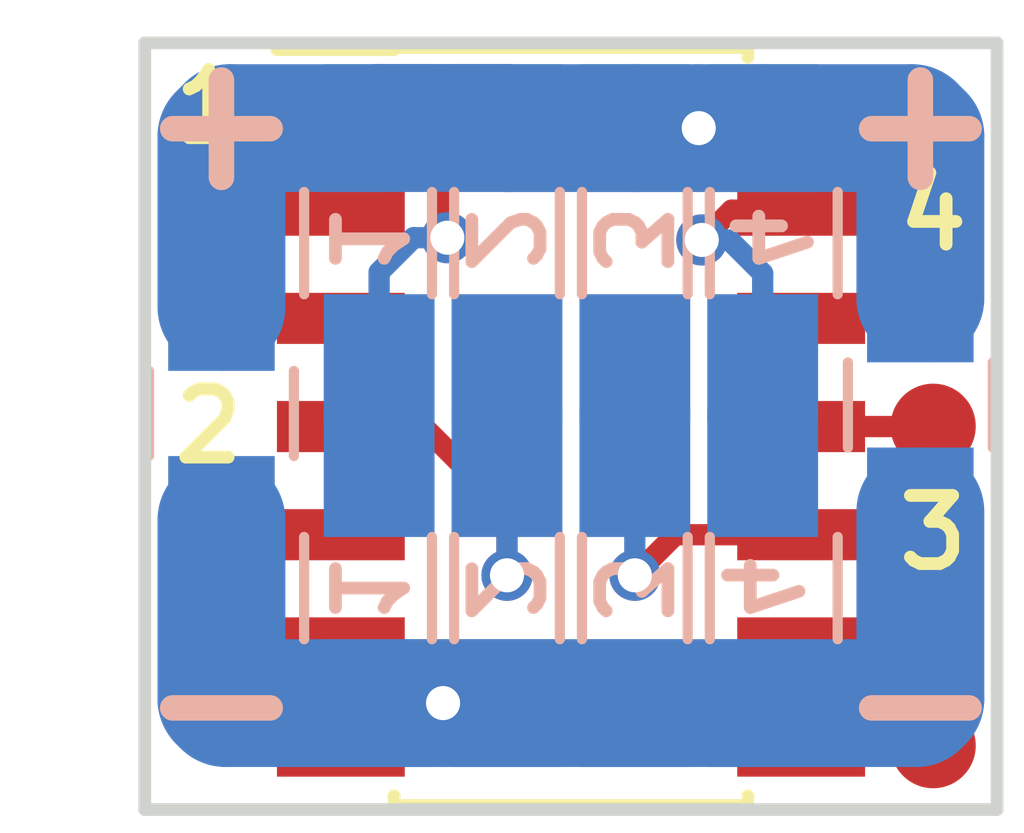
<source format=kicad_pcb>
(kicad_pcb (version 4) (host pcbnew 4.0.7)

  (general
    (links 28)
    (no_connects 0)
    (area 141.675 98.6536 155.425 111.825)
    (thickness 1.6)
    (drawings 20)
    (tracks 70)
    (zones 0)
    (modules 19)
    (nets 15)
  )

  (page A4)
  (layers
    (0 F.Cu signal)
    (31 B.Cu signal)
    (32 B.Adhes user)
    (33 F.Adhes user)
    (34 B.Paste user)
    (35 F.Paste user)
    (36 B.SilkS user)
    (37 F.SilkS user)
    (38 B.Mask user)
    (39 F.Mask user)
    (40 Dwgs.User user)
    (41 Cmts.User user)
    (42 Eco1.User user)
    (43 Eco2.User user)
    (44 Edge.Cuts user)
    (45 Margin user)
    (46 B.CrtYd user hide)
    (47 F.CrtYd user hide)
    (48 B.Fab user hide)
    (49 F.Fab user hide)
  )

  (setup
    (last_trace_width 0.25)
    (user_trace_width 1.5)
    (trace_clearance 0.2)
    (zone_clearance 0.508)
    (zone_45_only no)
    (trace_min 0.2)
    (segment_width 0.2)
    (edge_width 0.15)
    (via_size 0.6)
    (via_drill 0.4)
    (via_min_size 0.4)
    (via_min_drill 0.3)
    (uvia_size 0.3)
    (uvia_drill 0.1)
    (uvias_allowed no)
    (uvia_min_size 0.2)
    (uvia_min_drill 0.1)
    (pcb_text_width 0.3)
    (pcb_text_size 1.5 1.5)
    (mod_edge_width 0.15)
    (mod_text_size 1 1)
    (mod_text_width 0.15)
    (pad_size 1 1)
    (pad_drill 0)
    (pad_to_mask_clearance 0.2)
    (aux_axis_origin 153.5 100.5)
    (visible_elements 7FFFFF7F)
    (pcbplotparams
      (layerselection 0x010f0_80000001)
      (usegerberextensions true)
      (usegerberattributes true)
      (excludeedgelayer true)
      (linewidth 0.100000)
      (plotframeref false)
      (viasonmask false)
      (mode 1)
      (useauxorigin true)
      (hpglpennumber 1)
      (hpglpenspeed 20)
      (hpglpendiameter 15)
      (hpglpenoverlay 2)
      (psnegative false)
      (psa4output false)
      (plotreference false)
      (plotvalue false)
      (plotinvisibletext false)
      (padsonsilk false)
      (subtractmaskfromsilk false)
      (outputformat 1)
      (mirror false)
      (drillshape 0)
      (scaleselection 1)
      (outputdirectory gerbers/))
  )

  (net 0 "")
  (net 1 "Net-(R1-Pad1)")
  (net 2 GND)
  (net 3 "Net-(R2-Pad1)")
  (net 4 "Net-(R3-Pad1)")
  (net 5 "Net-(R4-Pad1)")
  (net 6 VCC)
  (net 7 "Net-(TP1-Pad1)")
  (net 8 "Net-(TP2-Pad1)")
  (net 9 "Net-(TP3-Pad1)")
  (net 10 "Net-(TP4-Pad1)")
  (net 11 "Net-(TP5-Pad1)")
  (net 12 "Net-(TP6-Pad1)")
  (net 13 "Net-(TP7-Pad1)")
  (net 14 "Net-(TP8-Pad1)")

  (net_class Default "This is the default net class."
    (clearance 0.2)
    (trace_width 0.25)
    (via_dia 0.6)
    (via_drill 0.4)
    (uvia_dia 0.3)
    (uvia_drill 0.1)
    (add_net GND)
    (add_net "Net-(R1-Pad1)")
    (add_net "Net-(R2-Pad1)")
    (add_net "Net-(R3-Pad1)")
    (add_net "Net-(R4-Pad1)")
    (add_net "Net-(TP1-Pad1)")
    (add_net "Net-(TP2-Pad1)")
    (add_net "Net-(TP3-Pad1)")
    (add_net "Net-(TP4-Pad1)")
    (add_net "Net-(TP5-Pad1)")
    (add_net "Net-(TP6-Pad1)")
    (add_net "Net-(TP7-Pad1)")
    (add_net "Net-(TP8-Pad1)")
    (add_net VCC)
  )

  (module Resistors_SMD:R_0805_HandSoldering (layer B.Cu) (tedit 5AE524C4) (tstamp 5AE52359)
    (at 146.25 106.9 270)
    (descr "Resistor SMD 0805, hand soldering")
    (tags "resistor 0805")
    (path /5AE523D2)
    (attr smd)
    (fp_text reference R1 (at 0 1.7 270) (layer B.SilkS) hide
      (effects (font (size 1 1) (thickness 0.15)) (justify mirror))
    )
    (fp_text value 10K (at 0 -1.75 270) (layer B.Fab)
      (effects (font (size 1 1) (thickness 0.15)) (justify mirror))
    )
    (fp_text user %R (at 0 0 270) (layer B.Fab)
      (effects (font (size 0.5 0.5) (thickness 0.075)) (justify mirror))
    )
    (fp_line (start -1 -0.62) (end -1 0.62) (layer B.Fab) (width 0.1))
    (fp_line (start 1 -0.62) (end -1 -0.62) (layer B.Fab) (width 0.1))
    (fp_line (start 1 0.62) (end 1 -0.62) (layer B.Fab) (width 0.1))
    (fp_line (start -1 0.62) (end 1 0.62) (layer B.Fab) (width 0.1))
    (fp_line (start 0.6 -0.88) (end -0.6 -0.88) (layer B.SilkS) (width 0.12))
    (fp_line (start -0.6 0.88) (end 0.6 0.88) (layer B.SilkS) (width 0.12))
    (fp_line (start -2.35 0.9) (end 2.35 0.9) (layer B.CrtYd) (width 0.05))
    (fp_line (start -2.35 0.9) (end -2.35 -0.9) (layer B.CrtYd) (width 0.05))
    (fp_line (start 2.35 -0.9) (end 2.35 0.9) (layer B.CrtYd) (width 0.05))
    (fp_line (start 2.35 -0.9) (end -2.35 -0.9) (layer B.CrtYd) (width 0.05))
    (pad 1 smd rect (at -1.35 0 270) (size 1.5 1.3) (layers B.Cu B.Paste B.Mask)
      (net 1 "Net-(R1-Pad1)"))
    (pad 2 smd rect (at 1.35 0 270) (size 1.5 1.3) (layers B.Cu B.Paste B.Mask)
      (net 2 GND))
    (model ${KISYS3DMOD}/Resistors_SMD.3dshapes/R_0805.wrl
      (at (xyz 0 0 0))
      (scale (xyz 1 1 1))
      (rotate (xyz 0 0 0))
    )
  )

  (module Resistors_SMD:R_0805_HandSoldering (layer B.Cu) (tedit 5AE524CB) (tstamp 5AE5235F)
    (at 147.75 106.9 270)
    (descr "Resistor SMD 0805, hand soldering")
    (tags "resistor 0805")
    (path /5AE52A81)
    (attr smd)
    (fp_text reference R2 (at 0 1.7 270) (layer B.SilkS) hide
      (effects (font (size 1 1) (thickness 0.15)) (justify mirror))
    )
    (fp_text value 10K (at 0 -1.75 270) (layer B.Fab)
      (effects (font (size 1 1) (thickness 0.15)) (justify mirror))
    )
    (fp_text user %R (at 0 0 270) (layer B.Fab)
      (effects (font (size 0.5 0.5) (thickness 0.075)) (justify mirror))
    )
    (fp_line (start -1 -0.62) (end -1 0.62) (layer B.Fab) (width 0.1))
    (fp_line (start 1 -0.62) (end -1 -0.62) (layer B.Fab) (width 0.1))
    (fp_line (start 1 0.62) (end 1 -0.62) (layer B.Fab) (width 0.1))
    (fp_line (start -1 0.62) (end 1 0.62) (layer B.Fab) (width 0.1))
    (fp_line (start 0.6 -0.88) (end -0.6 -0.88) (layer B.SilkS) (width 0.12))
    (fp_line (start -0.6 0.88) (end 0.6 0.88) (layer B.SilkS) (width 0.12))
    (fp_line (start -2.35 0.9) (end 2.35 0.9) (layer B.CrtYd) (width 0.05))
    (fp_line (start -2.35 0.9) (end -2.35 -0.9) (layer B.CrtYd) (width 0.05))
    (fp_line (start 2.35 -0.9) (end 2.35 0.9) (layer B.CrtYd) (width 0.05))
    (fp_line (start 2.35 -0.9) (end -2.35 -0.9) (layer B.CrtYd) (width 0.05))
    (pad 1 smd rect (at -1.35 0 270) (size 1.5 1.3) (layers B.Cu B.Paste B.Mask)
      (net 3 "Net-(R2-Pad1)"))
    (pad 2 smd rect (at 1.35 0 270) (size 1.5 1.3) (layers B.Cu B.Paste B.Mask)
      (net 2 GND))
    (model ${KISYS3DMOD}/Resistors_SMD.3dshapes/R_0805.wrl
      (at (xyz 0 0 0))
      (scale (xyz 1 1 1))
      (rotate (xyz 0 0 0))
    )
  )

  (module Resistors_SMD:R_0805_HandSoldering (layer B.Cu) (tedit 5AE524C8) (tstamp 5AE52365)
    (at 149.25 106.9 270)
    (descr "Resistor SMD 0805, hand soldering")
    (tags "resistor 0805")
    (path /5AE52CA0)
    (attr smd)
    (fp_text reference R3 (at 0 1.7 270) (layer B.SilkS) hide
      (effects (font (size 1 1) (thickness 0.15)) (justify mirror))
    )
    (fp_text value 10K (at 0 -1.75 270) (layer B.Fab)
      (effects (font (size 1 1) (thickness 0.15)) (justify mirror))
    )
    (fp_text user %R (at 0 0 270) (layer B.Fab)
      (effects (font (size 0.5 0.5) (thickness 0.075)) (justify mirror))
    )
    (fp_line (start -1 -0.62) (end -1 0.62) (layer B.Fab) (width 0.1))
    (fp_line (start 1 -0.62) (end -1 -0.62) (layer B.Fab) (width 0.1))
    (fp_line (start 1 0.62) (end 1 -0.62) (layer B.Fab) (width 0.1))
    (fp_line (start -1 0.62) (end 1 0.62) (layer B.Fab) (width 0.1))
    (fp_line (start 0.6 -0.88) (end -0.6 -0.88) (layer B.SilkS) (width 0.12))
    (fp_line (start -0.6 0.88) (end 0.6 0.88) (layer B.SilkS) (width 0.12))
    (fp_line (start -2.35 0.9) (end 2.35 0.9) (layer B.CrtYd) (width 0.05))
    (fp_line (start -2.35 0.9) (end -2.35 -0.9) (layer B.CrtYd) (width 0.05))
    (fp_line (start 2.35 -0.9) (end 2.35 0.9) (layer B.CrtYd) (width 0.05))
    (fp_line (start 2.35 -0.9) (end -2.35 -0.9) (layer B.CrtYd) (width 0.05))
    (pad 1 smd rect (at -1.35 0 270) (size 1.5 1.3) (layers B.Cu B.Paste B.Mask)
      (net 4 "Net-(R3-Pad1)"))
    (pad 2 smd rect (at 1.35 0 270) (size 1.5 1.3) (layers B.Cu B.Paste B.Mask)
      (net 2 GND))
    (model ${KISYS3DMOD}/Resistors_SMD.3dshapes/R_0805.wrl
      (at (xyz 0 0 0))
      (scale (xyz 1 1 1))
      (rotate (xyz 0 0 0))
    )
  )

  (module Resistors_SMD:R_0805_HandSoldering (layer B.Cu) (tedit 5AE524CE) (tstamp 5AE5236B)
    (at 150.75 106.9 270)
    (descr "Resistor SMD 0805, hand soldering")
    (tags "resistor 0805")
    (path /5AE52DCA)
    (attr smd)
    (fp_text reference R4 (at 0 1.7 270) (layer B.SilkS) hide
      (effects (font (size 1 1) (thickness 0.15)) (justify mirror))
    )
    (fp_text value 10K (at 0 -1.75 270) (layer B.Fab)
      (effects (font (size 1 1) (thickness 0.15)) (justify mirror))
    )
    (fp_text user %R (at 0 0 270) (layer B.Fab)
      (effects (font (size 0.5 0.5) (thickness 0.075)) (justify mirror))
    )
    (fp_line (start -1 -0.62) (end -1 0.62) (layer B.Fab) (width 0.1))
    (fp_line (start 1 -0.62) (end -1 -0.62) (layer B.Fab) (width 0.1))
    (fp_line (start 1 0.62) (end 1 -0.62) (layer B.Fab) (width 0.1))
    (fp_line (start -1 0.62) (end 1 0.62) (layer B.Fab) (width 0.1))
    (fp_line (start 0.6 -0.88) (end -0.6 -0.88) (layer B.SilkS) (width 0.12))
    (fp_line (start -0.6 0.88) (end 0.6 0.88) (layer B.SilkS) (width 0.12))
    (fp_line (start -2.35 0.9) (end 2.35 0.9) (layer B.CrtYd) (width 0.05))
    (fp_line (start -2.35 0.9) (end -2.35 -0.9) (layer B.CrtYd) (width 0.05))
    (fp_line (start 2.35 -0.9) (end 2.35 0.9) (layer B.CrtYd) (width 0.05))
    (fp_line (start 2.35 -0.9) (end -2.35 -0.9) (layer B.CrtYd) (width 0.05))
    (pad 1 smd rect (at -1.35 0 270) (size 1.5 1.3) (layers B.Cu B.Paste B.Mask)
      (net 5 "Net-(R4-Pad1)"))
    (pad 2 smd rect (at 1.35 0 270) (size 1.5 1.3) (layers B.Cu B.Paste B.Mask)
      (net 2 GND))
    (model ${KISYS3DMOD}/Resistors_SMD.3dshapes/R_0805.wrl
      (at (xyz 0 0 0))
      (scale (xyz 1 1 1))
      (rotate (xyz 0 0 0))
    )
  )

  (module Resistors_SMD:R_0805_HandSoldering (layer B.Cu) (tedit 5AE524D1) (tstamp 5AE52371)
    (at 146.25 102.85 270)
    (descr "Resistor SMD 0805, hand soldering")
    (tags "resistor 0805")
    (path /5AE5272D)
    (attr smd)
    (fp_text reference R5 (at 0 1.7 270) (layer B.SilkS) hide
      (effects (font (size 1 1) (thickness 0.15)) (justify mirror))
    )
    (fp_text value 10K (at 0 -1.75 270) (layer B.Fab)
      (effects (font (size 1 1) (thickness 0.15)) (justify mirror))
    )
    (fp_text user %R (at 0 0 270) (layer B.Fab)
      (effects (font (size 0.5 0.5) (thickness 0.075)) (justify mirror))
    )
    (fp_line (start -1 -0.62) (end -1 0.62) (layer B.Fab) (width 0.1))
    (fp_line (start 1 -0.62) (end -1 -0.62) (layer B.Fab) (width 0.1))
    (fp_line (start 1 0.62) (end 1 -0.62) (layer B.Fab) (width 0.1))
    (fp_line (start -1 0.62) (end 1 0.62) (layer B.Fab) (width 0.1))
    (fp_line (start 0.6 -0.88) (end -0.6 -0.88) (layer B.SilkS) (width 0.12))
    (fp_line (start -0.6 0.88) (end 0.6 0.88) (layer B.SilkS) (width 0.12))
    (fp_line (start -2.35 0.9) (end 2.35 0.9) (layer B.CrtYd) (width 0.05))
    (fp_line (start -2.35 0.9) (end -2.35 -0.9) (layer B.CrtYd) (width 0.05))
    (fp_line (start 2.35 -0.9) (end 2.35 0.9) (layer B.CrtYd) (width 0.05))
    (fp_line (start 2.35 -0.9) (end -2.35 -0.9) (layer B.CrtYd) (width 0.05))
    (pad 1 smd rect (at -1.35 0 270) (size 1.5 1.3) (layers B.Cu B.Paste B.Mask)
      (net 6 VCC))
    (pad 2 smd rect (at 1.35 0 270) (size 1.5 1.3) (layers B.Cu B.Paste B.Mask)
      (net 1 "Net-(R1-Pad1)"))
    (model ${KISYS3DMOD}/Resistors_SMD.3dshapes/R_0805.wrl
      (at (xyz 0 0 0))
      (scale (xyz 1 1 1))
      (rotate (xyz 0 0 0))
    )
  )

  (module Resistors_SMD:R_0805_HandSoldering (layer B.Cu) (tedit 5AE524D8) (tstamp 5AE52377)
    (at 147.75 102.85 270)
    (descr "Resistor SMD 0805, hand soldering")
    (tags "resistor 0805")
    (path /5AE52A99)
    (attr smd)
    (fp_text reference R6 (at 0 1.7 270) (layer B.SilkS) hide
      (effects (font (size 1 1) (thickness 0.15)) (justify mirror))
    )
    (fp_text value 10K (at 0 -1.75 270) (layer B.Fab)
      (effects (font (size 1 1) (thickness 0.15)) (justify mirror))
    )
    (fp_text user %R (at 0 0 270) (layer B.Fab)
      (effects (font (size 0.5 0.5) (thickness 0.075)) (justify mirror))
    )
    (fp_line (start -1 -0.62) (end -1 0.62) (layer B.Fab) (width 0.1))
    (fp_line (start 1 -0.62) (end -1 -0.62) (layer B.Fab) (width 0.1))
    (fp_line (start 1 0.62) (end 1 -0.62) (layer B.Fab) (width 0.1))
    (fp_line (start -1 0.62) (end 1 0.62) (layer B.Fab) (width 0.1))
    (fp_line (start 0.6 -0.88) (end -0.6 -0.88) (layer B.SilkS) (width 0.12))
    (fp_line (start -0.6 0.88) (end 0.6 0.88) (layer B.SilkS) (width 0.12))
    (fp_line (start -2.35 0.9) (end 2.35 0.9) (layer B.CrtYd) (width 0.05))
    (fp_line (start -2.35 0.9) (end -2.35 -0.9) (layer B.CrtYd) (width 0.05))
    (fp_line (start 2.35 -0.9) (end 2.35 0.9) (layer B.CrtYd) (width 0.05))
    (fp_line (start 2.35 -0.9) (end -2.35 -0.9) (layer B.CrtYd) (width 0.05))
    (pad 1 smd rect (at -1.35 0 270) (size 1.5 1.3) (layers B.Cu B.Paste B.Mask)
      (net 6 VCC))
    (pad 2 smd rect (at 1.35 0 270) (size 1.5 1.3) (layers B.Cu B.Paste B.Mask)
      (net 3 "Net-(R2-Pad1)"))
    (model ${KISYS3DMOD}/Resistors_SMD.3dshapes/R_0805.wrl
      (at (xyz 0 0 0))
      (scale (xyz 1 1 1))
      (rotate (xyz 0 0 0))
    )
  )

  (module Resistors_SMD:R_0805_HandSoldering (layer B.Cu) (tedit 5AE524D5) (tstamp 5AE5237D)
    (at 149.25 102.85 270)
    (descr "Resistor SMD 0805, hand soldering")
    (tags "resistor 0805")
    (path /5AE52CB8)
    (attr smd)
    (fp_text reference R7 (at 0 1.7 270) (layer B.SilkS) hide
      (effects (font (size 1 1) (thickness 0.15)) (justify mirror))
    )
    (fp_text value 10K (at 0 -1.75 270) (layer B.Fab)
      (effects (font (size 1 1) (thickness 0.15)) (justify mirror))
    )
    (fp_text user %R (at 0 0 270) (layer B.Fab)
      (effects (font (size 0.5 0.5) (thickness 0.075)) (justify mirror))
    )
    (fp_line (start -1 -0.62) (end -1 0.62) (layer B.Fab) (width 0.1))
    (fp_line (start 1 -0.62) (end -1 -0.62) (layer B.Fab) (width 0.1))
    (fp_line (start 1 0.62) (end 1 -0.62) (layer B.Fab) (width 0.1))
    (fp_line (start -1 0.62) (end 1 0.62) (layer B.Fab) (width 0.1))
    (fp_line (start 0.6 -0.88) (end -0.6 -0.88) (layer B.SilkS) (width 0.12))
    (fp_line (start -0.6 0.88) (end 0.6 0.88) (layer B.SilkS) (width 0.12))
    (fp_line (start -2.35 0.9) (end 2.35 0.9) (layer B.CrtYd) (width 0.05))
    (fp_line (start -2.35 0.9) (end -2.35 -0.9) (layer B.CrtYd) (width 0.05))
    (fp_line (start 2.35 -0.9) (end 2.35 0.9) (layer B.CrtYd) (width 0.05))
    (fp_line (start 2.35 -0.9) (end -2.35 -0.9) (layer B.CrtYd) (width 0.05))
    (pad 1 smd rect (at -1.35 0 270) (size 1.5 1.3) (layers B.Cu B.Paste B.Mask)
      (net 6 VCC))
    (pad 2 smd rect (at 1.35 0 270) (size 1.5 1.3) (layers B.Cu B.Paste B.Mask)
      (net 4 "Net-(R3-Pad1)"))
    (model ${KISYS3DMOD}/Resistors_SMD.3dshapes/R_0805.wrl
      (at (xyz 0 0 0))
      (scale (xyz 1 1 1))
      (rotate (xyz 0 0 0))
    )
  )

  (module Resistors_SMD:R_0805_HandSoldering (layer B.Cu) (tedit 5AE524DA) (tstamp 5AE52383)
    (at 150.75 102.85 270)
    (descr "Resistor SMD 0805, hand soldering")
    (tags "resistor 0805")
    (path /5AE52DE2)
    (attr smd)
    (fp_text reference R8 (at 0 1.7 270) (layer B.SilkS) hide
      (effects (font (size 1 1) (thickness 0.15)) (justify mirror))
    )
    (fp_text value 10K (at 0 -1.75 270) (layer B.Fab)
      (effects (font (size 1 1) (thickness 0.15)) (justify mirror))
    )
    (fp_text user %R (at 0 0 270) (layer B.Fab)
      (effects (font (size 0.5 0.5) (thickness 0.075)) (justify mirror))
    )
    (fp_line (start -1 -0.62) (end -1 0.62) (layer B.Fab) (width 0.1))
    (fp_line (start 1 -0.62) (end -1 -0.62) (layer B.Fab) (width 0.1))
    (fp_line (start 1 0.62) (end 1 -0.62) (layer B.Fab) (width 0.1))
    (fp_line (start -1 0.62) (end 1 0.62) (layer B.Fab) (width 0.1))
    (fp_line (start 0.6 -0.88) (end -0.6 -0.88) (layer B.SilkS) (width 0.12))
    (fp_line (start -0.6 0.88) (end 0.6 0.88) (layer B.SilkS) (width 0.12))
    (fp_line (start -2.35 0.9) (end 2.35 0.9) (layer B.CrtYd) (width 0.05))
    (fp_line (start -2.35 0.9) (end -2.35 -0.9) (layer B.CrtYd) (width 0.05))
    (fp_line (start 2.35 -0.9) (end 2.35 0.9) (layer B.CrtYd) (width 0.05))
    (fp_line (start 2.35 -0.9) (end -2.35 -0.9) (layer B.CrtYd) (width 0.05))
    (pad 1 smd rect (at -1.35 0 270) (size 1.5 1.3) (layers B.Cu B.Paste B.Mask)
      (net 6 VCC))
    (pad 2 smd rect (at 1.35 0 270) (size 1.5 1.3) (layers B.Cu B.Paste B.Mask)
      (net 5 "Net-(R4-Pad1)"))
    (model ${KISYS3DMOD}/Resistors_SMD.3dshapes/R_0805.wrl
      (at (xyz 0 0 0))
      (scale (xyz 1 1 1))
      (rotate (xyz 0 0 0))
    )
  )

  (module Measurement_Points:Measurement_Point_Round-SMD-Pad_Small (layer F.Cu) (tedit 5AE526AE) (tstamp 5AE52388)
    (at 144.25 102.5)
    (descr "Mesurement Point, Round, SMD Pad, DM 1.5mm,")
    (tags "Mesurement Point Round SMD Pad 1.5mm")
    (path /5AE52459)
    (attr virtual)
    (fp_text reference TP1 (at 0 -2) (layer F.SilkS) hide
      (effects (font (size 1 1) (thickness 0.15)))
    )
    (fp_text value I1 (at 0 2) (layer F.SilkS) hide
      (effects (font (size 1 1) (thickness 0.15)))
    )
    (fp_circle (center 0 0) (end 1 0) (layer F.CrtYd) (width 0.05))
    (pad 1 smd circle (at 0 0) (size 1 1) (layers F.Cu F.Mask)
      (net 7 "Net-(TP1-Pad1)"))
  )

  (module Measurement_Points:Measurement_Point_Round-SMD-Pad_Small (layer F.Cu) (tedit 5AE526A5) (tstamp 5AE5238D)
    (at 144.25 106.25)
    (descr "Mesurement Point, Round, SMD Pad, DM 1.5mm,")
    (tags "Mesurement Point Round SMD Pad 1.5mm")
    (path /5AE52A87)
    (attr virtual)
    (fp_text reference TP2 (at 0 -2) (layer F.SilkS) hide
      (effects (font (size 1 1) (thickness 0.15)))
    )
    (fp_text value I1 (at 0 2) (layer F.SilkS) hide
      (effects (font (size 1 1) (thickness 0.15)))
    )
    (fp_circle (center 0 0) (end 1 0) (layer F.CrtYd) (width 0.05))
    (pad 1 smd circle (at 0 0) (size 1 1) (layers F.Cu F.Mask)
      (net 8 "Net-(TP2-Pad1)"))
  )

  (module Measurement_Points:Measurement_Point_Round-SMD-Pad_Small (layer F.Cu) (tedit 5AE526B1) (tstamp 5AE52392)
    (at 152.75 107.5)
    (descr "Mesurement Point, Round, SMD Pad, DM 1.5mm,")
    (tags "Mesurement Point Round SMD Pad 1.5mm")
    (path /5AE52CA6)
    (attr virtual)
    (fp_text reference TP3 (at 0 -2) (layer F.SilkS) hide
      (effects (font (size 1 1) (thickness 0.15)))
    )
    (fp_text value I1 (at 0 2) (layer F.SilkS) hide
      (effects (font (size 1 1) (thickness 0.15)))
    )
    (fp_circle (center 0 0) (end 1 0) (layer F.CrtYd) (width 0.05))
    (pad 1 smd circle (at 0 0) (size 1 1) (layers F.Cu F.Mask)
      (net 9 "Net-(TP3-Pad1)"))
  )

  (module Measurement_Points:Measurement_Point_Round-SMD-Pad_Small (layer F.Cu) (tedit 5AE526BB) (tstamp 5AE52397)
    (at 152.75 103.75)
    (descr "Mesurement Point, Round, SMD Pad, DM 1.5mm,")
    (tags "Mesurement Point Round SMD Pad 1.5mm")
    (path /5AE52DD0)
    (attr virtual)
    (fp_text reference TP4 (at 0 -2) (layer F.SilkS) hide
      (effects (font (size 1 1) (thickness 0.15)))
    )
    (fp_text value I1 (at 0 2) (layer F.SilkS) hide
      (effects (font (size 1 1) (thickness 0.15)))
    )
    (fp_circle (center 0 0) (end 1 0) (layer F.CrtYd) (width 0.05))
    (pad 1 smd circle (at 0 0) (size 1 1) (layers F.Cu F.Mask)
      (net 10 "Net-(TP4-Pad1)"))
  )

  (module Measurement_Points:Measurement_Point_Round-SMD-Pad_Small (layer F.Cu) (tedit 5AE526AB) (tstamp 5AE5239C)
    (at 144.25 103.75)
    (descr "Mesurement Point, Round, SMD Pad, DM 1.5mm,")
    (tags "Mesurement Point Round SMD Pad 1.5mm")
    (path /5AE5249F)
    (attr virtual)
    (fp_text reference TP5 (at 0 -2) (layer F.SilkS) hide
      (effects (font (size 1 1) (thickness 0.15)))
    )
    (fp_text value O1 (at 0 2) (layer F.SilkS) hide
      (effects (font (size 1 1) (thickness 0.15)))
    )
    (fp_circle (center 0 0) (end 1 0) (layer F.CrtYd) (width 0.05))
    (pad 1 smd circle (at 0 0) (size 1 1) (layers F.Cu F.Mask)
      (net 11 "Net-(TP5-Pad1)"))
  )

  (module Measurement_Points:Measurement_Point_Round-SMD-Pad_Small (layer F.Cu) (tedit 5AE526A7) (tstamp 5AE523A1)
    (at 144.25 107.5)
    (descr "Mesurement Point, Round, SMD Pad, DM 1.5mm,")
    (tags "Mesurement Point Round SMD Pad 1.5mm")
    (path /5AE52A8D)
    (attr virtual)
    (fp_text reference TP6 (at 0 -2) (layer F.SilkS) hide
      (effects (font (size 1 1) (thickness 0.15)))
    )
    (fp_text value O1 (at 0 2) (layer F.SilkS) hide
      (effects (font (size 1 1) (thickness 0.15)))
    )
    (fp_circle (center 0 0) (end 1 0) (layer F.CrtYd) (width 0.05))
    (pad 1 smd circle (at 0 0) (size 1 1) (layers F.Cu F.Mask)
      (net 12 "Net-(TP6-Pad1)"))
  )

  (module Measurement_Points:Measurement_Point_Round-SMD-Pad_Small (layer F.Cu) (tedit 5AE526B4) (tstamp 5AE523A6)
    (at 152.75 108.75)
    (descr "Mesurement Point, Round, SMD Pad, DM 1.5mm,")
    (tags "Mesurement Point Round SMD Pad 1.5mm")
    (path /5AE52CAC)
    (attr virtual)
    (fp_text reference TP7 (at 0 -2) (layer F.SilkS) hide
      (effects (font (size 1 1) (thickness 0.15)))
    )
    (fp_text value O1 (at 0 2) (layer F.SilkS) hide
      (effects (font (size 1 1) (thickness 0.15)))
    )
    (fp_circle (center 0 0) (end 1 0) (layer F.CrtYd) (width 0.05))
    (pad 1 smd circle (at 0 0) (size 1 1) (layers F.Cu F.Mask)
      (net 13 "Net-(TP7-Pad1)"))
  )

  (module Measurement_Points:Measurement_Point_Round-SMD-Pad_Small (layer F.Cu) (tedit 5AE526B8) (tstamp 5AE523AB)
    (at 152.75 105)
    (descr "Mesurement Point, Round, SMD Pad, DM 1.5mm,")
    (tags "Mesurement Point Round SMD Pad 1.5mm")
    (path /5AE52DD6)
    (attr virtual)
    (fp_text reference TP8 (at 0 -2) (layer F.SilkS) hide
      (effects (font (size 1 1) (thickness 0.15)))
    )
    (fp_text value O1 (at 0 2) (layer F.SilkS) hide
      (effects (font (size 1 1) (thickness 0.15)))
    )
    (fp_circle (center 0 0) (end 1 0) (layer F.CrtYd) (width 0.05))
    (pad 1 smd circle (at 0 0) (size 1 1) (layers F.Cu F.Mask)
      (net 14 "Net-(TP8-Pad1)"))
  )

  (module Housings_SOIC:SOIC-14_3.9x8.7mm_Pitch1.27mm (layer F.Cu) (tedit 5AE525E5) (tstamp 5AE523BD)
    (at 148.5011 105.0036)
    (descr "14-Lead Plastic Small Outline (SL) - Narrow, 3.90 mm Body [SOIC] (see Microchip Packaging Specification 00000049BS.pdf)")
    (tags "SOIC 1.27")
    (path /5AE521CB)
    (attr smd)
    (fp_text reference U1 (at 0 -5.375) (layer F.SilkS) hide
      (effects (font (size 1 1) (thickness 0.15)))
    )
    (fp_text value 74LS125 (at 0 5.375) (layer F.Fab) hide
      (effects (font (size 1 1) (thickness 0.15)))
    )
    (fp_text user %R (at 0 0) (layer F.Fab)
      (effects (font (size 0.9 0.9) (thickness 0.135)))
    )
    (fp_line (start -0.95 -4.35) (end 1.95 -4.35) (layer F.Fab) (width 0.15))
    (fp_line (start 1.95 -4.35) (end 1.95 4.35) (layer F.Fab) (width 0.15))
    (fp_line (start 1.95 4.35) (end -1.95 4.35) (layer F.Fab) (width 0.15))
    (fp_line (start -1.95 4.35) (end -1.95 -3.35) (layer F.Fab) (width 0.15))
    (fp_line (start -1.95 -3.35) (end -0.95 -4.35) (layer F.Fab) (width 0.15))
    (fp_line (start -3.7 -4.65) (end -3.7 4.65) (layer F.CrtYd) (width 0.05))
    (fp_line (start 3.7 -4.65) (end 3.7 4.65) (layer F.CrtYd) (width 0.05))
    (fp_line (start -3.7 -4.65) (end 3.7 -4.65) (layer F.CrtYd) (width 0.05))
    (fp_line (start -3.7 4.65) (end 3.7 4.65) (layer F.CrtYd) (width 0.05))
    (fp_line (start -2.075 -4.45) (end -2.075 -4.425) (layer F.SilkS) (width 0.15))
    (fp_line (start 2.075 -4.45) (end 2.075 -4.335) (layer F.SilkS) (width 0.15))
    (fp_line (start 2.075 4.45) (end 2.075 4.335) (layer F.SilkS) (width 0.15))
    (fp_line (start -2.075 4.45) (end -2.075 4.335) (layer F.SilkS) (width 0.15))
    (fp_line (start -2.075 -4.45) (end 2.075 -4.45) (layer F.SilkS) (width 0.15))
    (fp_line (start -2.075 4.45) (end 2.075 4.45) (layer F.SilkS) (width 0.15))
    (fp_line (start -2.075 -4.425) (end -3.45 -4.425) (layer F.SilkS) (width 0.15))
    (pad 1 smd rect (at -2.7 -3.81) (size 1.5 0.6) (layers F.Cu F.Paste F.Mask)
      (net 1 "Net-(R1-Pad1)"))
    (pad 2 smd rect (at -2.7 -2.54) (size 1.5 0.6) (layers F.Cu F.Paste F.Mask)
      (net 7 "Net-(TP1-Pad1)"))
    (pad 3 smd rect (at -2.7 -1.27) (size 1.5 0.6) (layers F.Cu F.Paste F.Mask)
      (net 11 "Net-(TP5-Pad1)"))
    (pad 4 smd rect (at -2.7 0) (size 1.5 0.6) (layers F.Cu F.Paste F.Mask)
      (net 3 "Net-(R2-Pad1)"))
    (pad 5 smd rect (at -2.7 1.27) (size 1.5 0.6) (layers F.Cu F.Paste F.Mask)
      (net 8 "Net-(TP2-Pad1)"))
    (pad 6 smd rect (at -2.7 2.54) (size 1.5 0.6) (layers F.Cu F.Paste F.Mask)
      (net 12 "Net-(TP6-Pad1)"))
    (pad 7 smd rect (at -2.7 3.81) (size 1.5 0.6) (layers F.Cu F.Paste F.Mask)
      (net 2 GND))
    (pad 8 smd rect (at 2.7 3.81) (size 1.5 0.6) (layers F.Cu F.Paste F.Mask)
      (net 13 "Net-(TP7-Pad1)"))
    (pad 9 smd rect (at 2.7 2.54) (size 1.5 0.6) (layers F.Cu F.Paste F.Mask)
      (net 9 "Net-(TP3-Pad1)"))
    (pad 10 smd rect (at 2.7 1.27) (size 1.5 0.6) (layers F.Cu F.Paste F.Mask)
      (net 4 "Net-(R3-Pad1)"))
    (pad 11 smd rect (at 2.7 0) (size 1.5 0.6) (layers F.Cu F.Paste F.Mask)
      (net 14 "Net-(TP8-Pad1)"))
    (pad 12 smd rect (at 2.7 -1.27) (size 1.5 0.6) (layers F.Cu F.Paste F.Mask)
      (net 10 "Net-(TP4-Pad1)"))
    (pad 13 smd rect (at 2.7 -2.54) (size 1.5 0.6) (layers F.Cu F.Paste F.Mask)
      (net 5 "Net-(R4-Pad1)"))
    (pad 14 smd rect (at 2.7 -3.81) (size 1.5 0.6) (layers F.Cu F.Paste F.Mask)
      (net 6 VCC))
    (model ${KISYS3DMOD}/Housings_SOIC.3dshapes/SOIC-14_3.9x8.7mm_Pitch1.27mm.wrl
      (at (xyz 0 0 0))
      (scale (xyz 1 1 1))
      (rotate (xyz 0 0 0))
    )
  )

  (module Capacitors_SMD:C_0805_HandSoldering (layer B.Cu) (tedit 5AE52873) (tstamp 5AE52904)
    (at 144.4 104.85 270)
    (descr "Capacitor SMD 0805, hand soldering")
    (tags "capacitor 0805")
    (path /5AE536CF)
    (attr smd)
    (fp_text reference C1 (at 0 1.75 270) (layer B.SilkS) hide
      (effects (font (size 1 1) (thickness 0.15)) (justify mirror))
    )
    (fp_text value C_Small (at 0 -1.75 270) (layer B.Fab)
      (effects (font (size 1 1) (thickness 0.15)) (justify mirror))
    )
    (fp_text user %R (at 0 1.75 270) (layer B.Fab)
      (effects (font (size 1 1) (thickness 0.15)) (justify mirror))
    )
    (fp_line (start -1 -0.62) (end -1 0.62) (layer B.Fab) (width 0.1))
    (fp_line (start 1 -0.62) (end -1 -0.62) (layer B.Fab) (width 0.1))
    (fp_line (start 1 0.62) (end 1 -0.62) (layer B.Fab) (width 0.1))
    (fp_line (start -1 0.62) (end 1 0.62) (layer B.Fab) (width 0.1))
    (fp_line (start 0.5 0.85) (end -0.5 0.85) (layer B.SilkS) (width 0.12))
    (fp_line (start -0.5 -0.85) (end 0.5 -0.85) (layer B.SilkS) (width 0.12))
    (fp_line (start -2.25 0.88) (end 2.25 0.88) (layer B.CrtYd) (width 0.05))
    (fp_line (start -2.25 0.88) (end -2.25 -0.87) (layer B.CrtYd) (width 0.05))
    (fp_line (start 2.25 -0.87) (end 2.25 0.88) (layer B.CrtYd) (width 0.05))
    (fp_line (start 2.25 -0.87) (end -2.25 -0.87) (layer B.CrtYd) (width 0.05))
    (pad 1 smd rect (at -1.25 0 270) (size 1.5 1.25) (layers B.Cu B.Paste B.Mask)
      (net 6 VCC))
    (pad 2 smd rect (at 1.25 0 270) (size 1.5 1.25) (layers B.Cu B.Paste B.Mask)
      (net 2 GND))
    (model Capacitors_SMD.3dshapes/C_0805.wrl
      (at (xyz 0 0 0))
      (scale (xyz 1 1 1))
      (rotate (xyz 0 0 0))
    )
  )

  (module Capacitors_SMD:C_0805_HandSoldering (layer B.Cu) (tedit 5AE52876) (tstamp 5AE5290A)
    (at 152.6 104.75 270)
    (descr "Capacitor SMD 0805, hand soldering")
    (tags "capacitor 0805")
    (path /5AE53797)
    (attr smd)
    (fp_text reference C2 (at 0 1.75 270) (layer B.SilkS) hide
      (effects (font (size 1 1) (thickness 0.15)) (justify mirror))
    )
    (fp_text value C_Small (at 0 -1.75 270) (layer B.Fab)
      (effects (font (size 1 1) (thickness 0.15)) (justify mirror))
    )
    (fp_text user %R (at 0 1.75 270) (layer B.Fab)
      (effects (font (size 1 1) (thickness 0.15)) (justify mirror))
    )
    (fp_line (start -1 -0.62) (end -1 0.62) (layer B.Fab) (width 0.1))
    (fp_line (start 1 -0.62) (end -1 -0.62) (layer B.Fab) (width 0.1))
    (fp_line (start 1 0.62) (end 1 -0.62) (layer B.Fab) (width 0.1))
    (fp_line (start -1 0.62) (end 1 0.62) (layer B.Fab) (width 0.1))
    (fp_line (start 0.5 0.85) (end -0.5 0.85) (layer B.SilkS) (width 0.12))
    (fp_line (start -0.5 -0.85) (end 0.5 -0.85) (layer B.SilkS) (width 0.12))
    (fp_line (start -2.25 0.88) (end 2.25 0.88) (layer B.CrtYd) (width 0.05))
    (fp_line (start -2.25 0.88) (end -2.25 -0.87) (layer B.CrtYd) (width 0.05))
    (fp_line (start 2.25 -0.87) (end 2.25 0.88) (layer B.CrtYd) (width 0.05))
    (fp_line (start 2.25 -0.87) (end -2.25 -0.87) (layer B.CrtYd) (width 0.05))
    (pad 1 smd rect (at -1.25 0 270) (size 1.5 1.25) (layers B.Cu B.Paste B.Mask)
      (net 6 VCC))
    (pad 2 smd rect (at 1.25 0 270) (size 1.5 1.25) (layers B.Cu B.Paste B.Mask)
      (net 2 GND))
    (model Capacitors_SMD.3dshapes/C_0805.wrl
      (at (xyz 0 0 0))
      (scale (xyz 1 1 1))
      (rotate (xyz 0 0 0))
    )
  )

  (gr_text - (at 152.6 108.2) (layer B.SilkS) (tstamp 5AE52955)
    (effects (font (size 1.5 1.5) (thickness 0.3)) (justify mirror))
  )
  (gr_text - (at 144.4 108.2) (layer B.SilkS) (tstamp 5AE52951)
    (effects (font (size 1.5 1.5) (thickness 0.3)) (justify mirror))
  )
  (gr_text + (at 152.6 101.4) (layer B.SilkS) (tstamp 5AE5294E)
    (effects (font (size 1.5 1.5) (thickness 0.3)) (justify mirror))
  )
  (gr_text + (at 144.4 101.4) (layer B.SilkS)
    (effects (font (size 1.5 1.5) (thickness 0.3)) (justify mirror))
  )
  (gr_text 4 (at 150.7 106.9 270) (layer B.SilkS) (tstamp 5AE528F9)
    (effects (font (size 0.8 0.8) (thickness 0.15)) (justify mirror))
  )
  (gr_text 4 (at 150.8 102.8 270) (layer B.SilkS) (tstamp 5AE528F8)
    (effects (font (size 0.8 0.8) (thickness 0.15)) (justify mirror))
  )
  (gr_text 3 (at 149.2 106.9 270) (layer B.SilkS) (tstamp 5AE528F6)
    (effects (font (size 0.8 0.8) (thickness 0.15)) (justify mirror))
  )
  (gr_text 3 (at 149.2 102.8 270) (layer B.SilkS) (tstamp 5AE528F5)
    (effects (font (size 0.8 0.8) (thickness 0.15)) (justify mirror))
  )
  (gr_text 2 (at 147.7 106.9 270) (layer B.SilkS) (tstamp 5AE528F3)
    (effects (font (size 0.8 0.8) (thickness 0.15)) (justify mirror))
  )
  (gr_text 2 (at 147.7 102.8 270) (layer B.SilkS) (tstamp 5AE528F2)
    (effects (font (size 0.8 0.8) (thickness 0.15)) (justify mirror))
  )
  (gr_text 1 (at 146.1 106.9 270) (layer B.SilkS) (tstamp 5AE528E9)
    (effects (font (size 0.8 0.8) (thickness 0.15)) (justify mirror))
  )
  (gr_text 1 (at 146.1 102.8 270) (layer B.SilkS) (tstamp 5AE528E8)
    (effects (font (size 0.8 0.8) (thickness 0.15)) (justify mirror))
  )
  (gr_text 4 (at 152.75 102.5) (layer F.SilkS) (tstamp 5AE528E5)
    (effects (font (size 0.8 0.8) (thickness 0.15)))
  )
  (gr_text 3 (at 152.75 106.25) (layer F.SilkS) (tstamp 5AE528E2)
    (effects (font (size 0.8 0.8) (thickness 0.15)))
  )
  (gr_text 2 (at 144.25 105) (layer F.SilkS) (tstamp 5AE528DF)
    (effects (font (size 0.8 0.8) (thickness 0.15)))
  )
  (gr_text 1 (at 144.25 101.25) (layer F.SilkS)
    (effects (font (size 0.8 0.8) (thickness 0.15)))
  )
  (gr_line (start 153.5 100.5) (end 143.5 100.5) (layer Edge.Cuts) (width 0.15))
  (gr_line (start 153.5 109.5) (end 153.5 100.5) (layer Edge.Cuts) (width 0.15))
  (gr_line (start 143.5 109.5) (end 153.5 109.5) (layer Edge.Cuts) (width 0.15))
  (gr_line (start 143.5 100.5) (end 143.5 109.5) (layer Edge.Cuts) (width 0.15))

  (segment (start 146.25 103.191199) (end 146.654731 102.786468) (width 0.25) (layer B.Cu) (net 1))
  (segment (start 147.050589 102.078087) (end 147.050589 102.786468) (width 0.25) (layer F.Cu) (net 1))
  (segment (start 146.25 104.2) (end 146.25 103.191199) (width 0.25) (layer B.Cu) (net 1))
  (via (at 147.050589 102.786468) (size 0.6) (drill 0.4) (layers F.Cu B.Cu) (net 1))
  (segment (start 146.654731 102.786468) (end 147.050589 102.786468) (width 0.25) (layer B.Cu) (net 1))
  (segment (start 145.8011 101.1936) (end 146.166102 101.1936) (width 0.25) (layer F.Cu) (net 1))
  (segment (start 146.166102 101.1936) (end 147.050589 102.078087) (width 0.25) (layer F.Cu) (net 1))
  (segment (start 146.25 104.2) (end 146.25 105.55) (width 0.25) (layer B.Cu) (net 1))
  (segment (start 144.45 108.25) (end 144.4 108.2) (width 1.5) (layer B.Cu) (net 2))
  (segment (start 144.4 108.2) (end 144.4 106.1) (width 1.5) (layer B.Cu) (net 2))
  (segment (start 146.25 108.25) (end 144.45 108.25) (width 1.5) (layer B.Cu) (net 2))
  (segment (start 152.55 108.25) (end 152.6 108.2) (width 1.5) (layer B.Cu) (net 2))
  (segment (start 152.6 108.2) (end 152.6 106) (width 1.5) (layer B.Cu) (net 2))
  (segment (start 150.75 108.25) (end 152.55 108.25) (width 1.5) (layer B.Cu) (net 2))
  (segment (start 146.25 108.25) (end 147 108.25) (width 1.5) (layer B.Cu) (net 2))
  (segment (start 147 108.25) (end 147.75 108.25) (width 1.5) (layer B.Cu) (net 2))
  (segment (start 145.8011 108.8136) (end 146.4364 108.8136) (width 0.25) (layer F.Cu) (net 2))
  (segment (start 146.4364 108.8136) (end 147 108.25) (width 0.25) (layer F.Cu) (net 2))
  (via (at 147 108.25) (size 0.6) (drill 0.4) (layers F.Cu B.Cu) (net 2))
  (segment (start 149.25 108.25) (end 150.75 108.25) (width 1.5) (layer B.Cu) (net 2))
  (segment (start 147.75 108.25) (end 149.25 108.25) (width 1.5) (layer B.Cu) (net 2))
  (segment (start 145.8011 105.0036) (end 146.769736 105.0036) (width 0.25) (layer F.Cu) (net 3))
  (segment (start 146.769736 105.0036) (end 147.75 105.983864) (width 0.25) (layer F.Cu) (net 3))
  (segment (start 147.75 105.983864) (end 147.75 106.75) (width 0.25) (layer F.Cu) (net 3))
  (segment (start 147.75 106.75) (end 147.75 105.55) (width 0.25) (layer B.Cu) (net 3))
  (via (at 147.75 106.75) (size 0.6) (drill 0.4) (layers F.Cu B.Cu) (net 3))
  (segment (start 147.75 104.2) (end 147.75 105.55) (width 0.25) (layer B.Cu) (net 3))
  (segment (start 151.2011 106.2736) (end 149.7264 106.2736) (width 0.25) (layer F.Cu) (net 4))
  (segment (start 149.7264 106.2736) (end 149.25 106.75) (width 0.25) (layer F.Cu) (net 4))
  (segment (start 149.25 105.55) (end 149.25 106.75) (width 0.25) (layer B.Cu) (net 4))
  (via (at 149.25 106.75) (size 0.6) (drill 0.4) (layers F.Cu B.Cu) (net 4))
  (segment (start 149.25 104.2) (end 149.25 105.55) (width 0.25) (layer B.Cu) (net 4))
  (segment (start 150.358221 102.812992) (end 150.035455 102.812992) (width 0.25) (layer B.Cu) (net 5))
  (segment (start 150.75 103.204771) (end 150.358221 102.812992) (width 0.25) (layer B.Cu) (net 5))
  (segment (start 150.75 104.2) (end 150.75 103.204771) (width 0.25) (layer B.Cu) (net 5))
  (segment (start 150.384847 102.4636) (end 150.035455 102.812992) (width 0.25) (layer F.Cu) (net 5))
  (via (at 150.035455 102.812992) (size 0.6) (drill 0.4) (layers F.Cu B.Cu) (net 5))
  (segment (start 151.2011 102.4636) (end 150.384847 102.4636) (width 0.25) (layer F.Cu) (net 5))
  (segment (start 150.75 104.2) (end 150.75 105.55) (width 0.25) (layer B.Cu) (net 5))
  (segment (start 146.252386 101.497614) (end 147.747614 101.497614) (width 1.5) (layer B.Cu) (net 6))
  (segment (start 146.25 101.5) (end 146.252386 101.497614) (width 1.5) (layer B.Cu) (net 6))
  (segment (start 147.747614 101.497614) (end 147.75 101.5) (width 1.5) (layer B.Cu) (net 6))
  (segment (start 144.4 103.6) (end 144.4 101.6) (width 1.5) (layer B.Cu) (net 6))
  (segment (start 144.4 101.6) (end 144.5 101.5) (width 1.5) (layer B.Cu) (net 6))
  (segment (start 146.25 101.5) (end 144.5 101.5) (width 1.5) (layer B.Cu) (net 6))
  (segment (start 152.5 101.5) (end 152.6 101.6) (width 1.5) (layer B.Cu) (net 6))
  (segment (start 152.6 101.6) (end 152.6 103.5) (width 1.5) (layer B.Cu) (net 6))
  (segment (start 150.75 101.5) (end 152.5 101.5) (width 1.5) (layer B.Cu) (net 6))
  (segment (start 149.25 101.5) (end 150 101.5) (width 1.5) (layer B.Cu) (net 6))
  (segment (start 150 101.5) (end 150.75 101.5) (width 1.5) (layer B.Cu) (net 6))
  (segment (start 151.2011 101.1936) (end 150.3064 101.1936) (width 0.25) (layer F.Cu) (net 6))
  (segment (start 150.3064 101.1936) (end 150 101.5) (width 0.25) (layer F.Cu) (net 6))
  (via (at 150 101.5) (size 0.6) (drill 0.4) (layers F.Cu B.Cu) (net 6))
  (segment (start 147.75 101.5) (end 149.25 101.5) (width 1.5) (layer B.Cu) (net 6))
  (segment (start 144.25 102.5) (end 145.7647 102.5) (width 0.25) (layer F.Cu) (net 7))
  (segment (start 145.7647 102.5) (end 145.8011 102.4636) (width 0.25) (layer F.Cu) (net 7))
  (segment (start 144.25 106.25) (end 145.7775 106.25) (width 0.25) (layer F.Cu) (net 8))
  (segment (start 145.7775 106.25) (end 145.8011 106.2736) (width 0.25) (layer F.Cu) (net 8))
  (segment (start 151.2011 107.5436) (end 152.7064 107.5436) (width 0.25) (layer F.Cu) (net 9))
  (segment (start 152.7064 107.5436) (end 152.75 107.5) (width 0.25) (layer F.Cu) (net 9))
  (segment (start 151.2011 103.7336) (end 152.7336 103.7336) (width 0.25) (layer F.Cu) (net 10))
  (segment (start 152.7336 103.7336) (end 152.75 103.75) (width 0.25) (layer F.Cu) (net 10))
  (segment (start 144.25 103.75) (end 145.7847 103.75) (width 0.25) (layer F.Cu) (net 11))
  (segment (start 145.7847 103.75) (end 145.8011 103.7336) (width 0.25) (layer F.Cu) (net 11))
  (segment (start 144.25 107.5) (end 145.7575 107.5) (width 0.25) (layer F.Cu) (net 12))
  (segment (start 145.7575 107.5) (end 145.8011 107.5436) (width 0.25) (layer F.Cu) (net 12))
  (segment (start 151.2011 108.8136) (end 152.6864 108.8136) (width 0.25) (layer F.Cu) (net 13))
  (segment (start 152.6864 108.8136) (end 152.75 108.75) (width 0.25) (layer F.Cu) (net 13))
  (segment (start 151.2011 105.0036) (end 152.7464 105.0036) (width 0.25) (layer F.Cu) (net 14))
  (segment (start 152.7464 105.0036) (end 152.75 105) (width 0.25) (layer F.Cu) (net 14))

)

</source>
